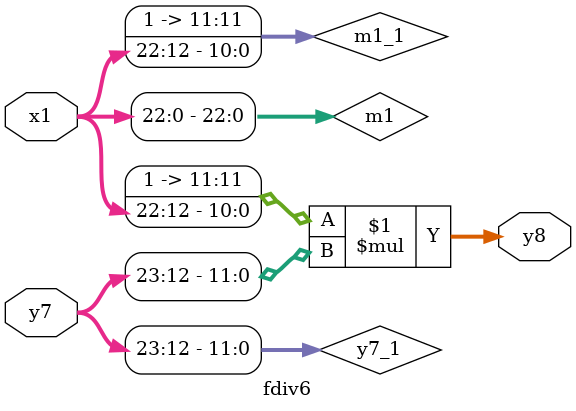
<source format=sv>
`default_nettype none

module fdiv6(
  input wire [31:0] x1,
  input wire [23:0] y7,
  output wire [23:0] y8 );

  wire [22:0] m1;
  assign m1 = x1[22:0];
  
  wire [11:0] m1_1, y7_1;
  assign m1_1 = {1'b1, m1[22:12]};
  assign y7_1 = y7[23:12];

  assign y8 = m1_1 * y7_1;

endmodule

`default_nettype wire

</source>
